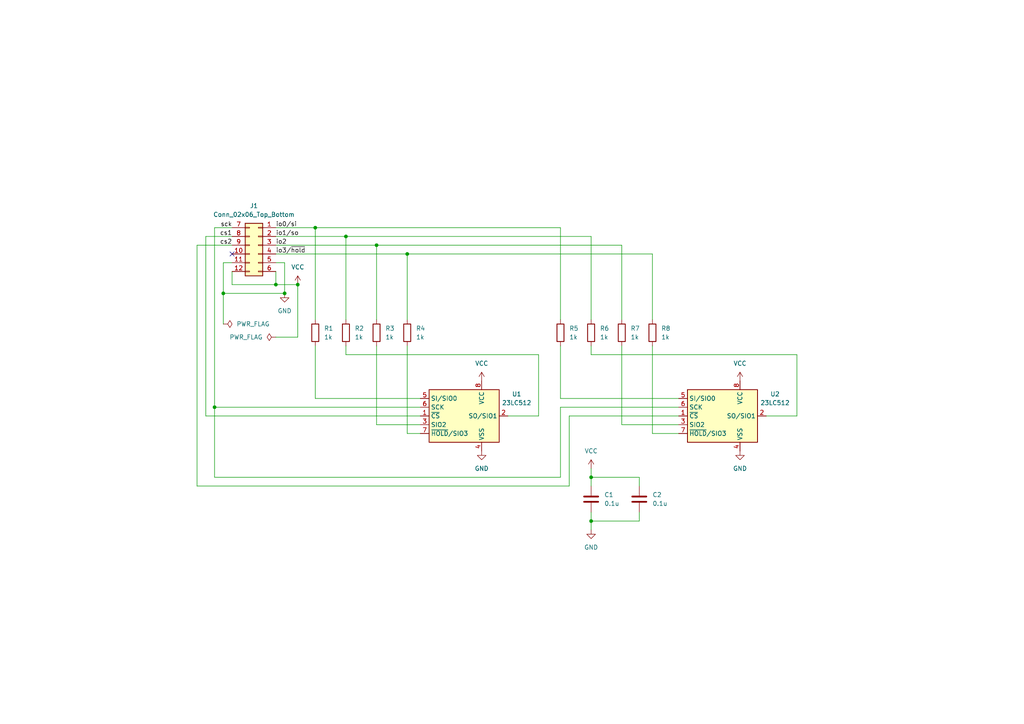
<source format=kicad_sch>
(kicad_sch (version 20211123) (generator eeschema)

  (uuid 97ef7ab0-d6b5-4f8d-bb3e-1d5f4368073b)

  (paper "A4")

  (lib_symbols
    (symbol "Connector_Generic:Conn_02x06_Top_Bottom" (pin_names (offset 1.016) hide) (in_bom yes) (on_board yes)
      (property "Reference" "J" (id 0) (at 1.27 7.62 0)
        (effects (font (size 1.27 1.27)))
      )
      (property "Value" "Conn_02x06_Top_Bottom" (id 1) (at 1.27 -10.16 0)
        (effects (font (size 1.27 1.27)))
      )
      (property "Footprint" "" (id 2) (at 0 0 0)
        (effects (font (size 1.27 1.27)) hide)
      )
      (property "Datasheet" "~" (id 3) (at 0 0 0)
        (effects (font (size 1.27 1.27)) hide)
      )
      (property "ki_keywords" "connector" (id 4) (at 0 0 0)
        (effects (font (size 1.27 1.27)) hide)
      )
      (property "ki_description" "Generic connector, double row, 02x06, top/bottom pin numbering scheme (row 1: 1...pins_per_row, row2: pins_per_row+1 ... num_pins), script generated (kicad-library-utils/schlib/autogen/connector/)" (id 5) (at 0 0 0)
        (effects (font (size 1.27 1.27)) hide)
      )
      (property "ki_fp_filters" "Connector*:*_2x??_*" (id 6) (at 0 0 0)
        (effects (font (size 1.27 1.27)) hide)
      )
      (symbol "Conn_02x06_Top_Bottom_1_1"
        (rectangle (start -1.27 -7.493) (end 0 -7.747)
          (stroke (width 0.1524) (type default) (color 0 0 0 0))
          (fill (type none))
        )
        (rectangle (start -1.27 -4.953) (end 0 -5.207)
          (stroke (width 0.1524) (type default) (color 0 0 0 0))
          (fill (type none))
        )
        (rectangle (start -1.27 -2.413) (end 0 -2.667)
          (stroke (width 0.1524) (type default) (color 0 0 0 0))
          (fill (type none))
        )
        (rectangle (start -1.27 0.127) (end 0 -0.127)
          (stroke (width 0.1524) (type default) (color 0 0 0 0))
          (fill (type none))
        )
        (rectangle (start -1.27 2.667) (end 0 2.413)
          (stroke (width 0.1524) (type default) (color 0 0 0 0))
          (fill (type none))
        )
        (rectangle (start -1.27 5.207) (end 0 4.953)
          (stroke (width 0.1524) (type default) (color 0 0 0 0))
          (fill (type none))
        )
        (rectangle (start -1.27 6.35) (end 3.81 -8.89)
          (stroke (width 0.254) (type default) (color 0 0 0 0))
          (fill (type background))
        )
        (rectangle (start 3.81 -7.493) (end 2.54 -7.747)
          (stroke (width 0.1524) (type default) (color 0 0 0 0))
          (fill (type none))
        )
        (rectangle (start 3.81 -4.953) (end 2.54 -5.207)
          (stroke (width 0.1524) (type default) (color 0 0 0 0))
          (fill (type none))
        )
        (rectangle (start 3.81 -2.413) (end 2.54 -2.667)
          (stroke (width 0.1524) (type default) (color 0 0 0 0))
          (fill (type none))
        )
        (rectangle (start 3.81 0.127) (end 2.54 -0.127)
          (stroke (width 0.1524) (type default) (color 0 0 0 0))
          (fill (type none))
        )
        (rectangle (start 3.81 2.667) (end 2.54 2.413)
          (stroke (width 0.1524) (type default) (color 0 0 0 0))
          (fill (type none))
        )
        (rectangle (start 3.81 5.207) (end 2.54 4.953)
          (stroke (width 0.1524) (type default) (color 0 0 0 0))
          (fill (type none))
        )
        (pin passive line (at -5.08 5.08 0) (length 3.81)
          (name "Pin_1" (effects (font (size 1.27 1.27))))
          (number "1" (effects (font (size 1.27 1.27))))
        )
        (pin passive line (at 7.62 -2.54 180) (length 3.81)
          (name "Pin_10" (effects (font (size 1.27 1.27))))
          (number "10" (effects (font (size 1.27 1.27))))
        )
        (pin passive line (at 7.62 -5.08 180) (length 3.81)
          (name "Pin_11" (effects (font (size 1.27 1.27))))
          (number "11" (effects (font (size 1.27 1.27))))
        )
        (pin passive line (at 7.62 -7.62 180) (length 3.81)
          (name "Pin_12" (effects (font (size 1.27 1.27))))
          (number "12" (effects (font (size 1.27 1.27))))
        )
        (pin passive line (at -5.08 2.54 0) (length 3.81)
          (name "Pin_2" (effects (font (size 1.27 1.27))))
          (number "2" (effects (font (size 1.27 1.27))))
        )
        (pin passive line (at -5.08 0 0) (length 3.81)
          (name "Pin_3" (effects (font (size 1.27 1.27))))
          (number "3" (effects (font (size 1.27 1.27))))
        )
        (pin passive line (at -5.08 -2.54 0) (length 3.81)
          (name "Pin_4" (effects (font (size 1.27 1.27))))
          (number "4" (effects (font (size 1.27 1.27))))
        )
        (pin passive line (at -5.08 -5.08 0) (length 3.81)
          (name "Pin_5" (effects (font (size 1.27 1.27))))
          (number "5" (effects (font (size 1.27 1.27))))
        )
        (pin passive line (at -5.08 -7.62 0) (length 3.81)
          (name "Pin_6" (effects (font (size 1.27 1.27))))
          (number "6" (effects (font (size 1.27 1.27))))
        )
        (pin passive line (at 7.62 5.08 180) (length 3.81)
          (name "Pin_7" (effects (font (size 1.27 1.27))))
          (number "7" (effects (font (size 1.27 1.27))))
        )
        (pin passive line (at 7.62 2.54 180) (length 3.81)
          (name "Pin_8" (effects (font (size 1.27 1.27))))
          (number "8" (effects (font (size 1.27 1.27))))
        )
        (pin passive line (at 7.62 0 180) (length 3.81)
          (name "Pin_9" (effects (font (size 1.27 1.27))))
          (number "9" (effects (font (size 1.27 1.27))))
        )
      )
    )
    (symbol "Device:C" (pin_numbers hide) (pin_names (offset 0.254)) (in_bom yes) (on_board yes)
      (property "Reference" "C" (id 0) (at 0.635 2.54 0)
        (effects (font (size 1.27 1.27)) (justify left))
      )
      (property "Value" "C" (id 1) (at 0.635 -2.54 0)
        (effects (font (size 1.27 1.27)) (justify left))
      )
      (property "Footprint" "" (id 2) (at 0.9652 -3.81 0)
        (effects (font (size 1.27 1.27)) hide)
      )
      (property "Datasheet" "~" (id 3) (at 0 0 0)
        (effects (font (size 1.27 1.27)) hide)
      )
      (property "ki_keywords" "cap capacitor" (id 4) (at 0 0 0)
        (effects (font (size 1.27 1.27)) hide)
      )
      (property "ki_description" "Unpolarized capacitor" (id 5) (at 0 0 0)
        (effects (font (size 1.27 1.27)) hide)
      )
      (property "ki_fp_filters" "C_*" (id 6) (at 0 0 0)
        (effects (font (size 1.27 1.27)) hide)
      )
      (symbol "C_0_1"
        (polyline
          (pts
            (xy -2.032 -0.762)
            (xy 2.032 -0.762)
          )
          (stroke (width 0.508) (type default) (color 0 0 0 0))
          (fill (type none))
        )
        (polyline
          (pts
            (xy -2.032 0.762)
            (xy 2.032 0.762)
          )
          (stroke (width 0.508) (type default) (color 0 0 0 0))
          (fill (type none))
        )
      )
      (symbol "C_1_1"
        (pin passive line (at 0 3.81 270) (length 2.794)
          (name "~" (effects (font (size 1.27 1.27))))
          (number "1" (effects (font (size 1.27 1.27))))
        )
        (pin passive line (at 0 -3.81 90) (length 2.794)
          (name "~" (effects (font (size 1.27 1.27))))
          (number "2" (effects (font (size 1.27 1.27))))
        )
      )
    )
    (symbol "Device:R" (pin_numbers hide) (pin_names (offset 0)) (in_bom yes) (on_board yes)
      (property "Reference" "R" (id 0) (at 2.032 0 90)
        (effects (font (size 1.27 1.27)))
      )
      (property "Value" "R" (id 1) (at 0 0 90)
        (effects (font (size 1.27 1.27)))
      )
      (property "Footprint" "" (id 2) (at -1.778 0 90)
        (effects (font (size 1.27 1.27)) hide)
      )
      (property "Datasheet" "~" (id 3) (at 0 0 0)
        (effects (font (size 1.27 1.27)) hide)
      )
      (property "ki_keywords" "R res resistor" (id 4) (at 0 0 0)
        (effects (font (size 1.27 1.27)) hide)
      )
      (property "ki_description" "Resistor" (id 5) (at 0 0 0)
        (effects (font (size 1.27 1.27)) hide)
      )
      (property "ki_fp_filters" "R_*" (id 6) (at 0 0 0)
        (effects (font (size 1.27 1.27)) hide)
      )
      (symbol "R_0_1"
        (rectangle (start -1.016 -2.54) (end 1.016 2.54)
          (stroke (width 0.254) (type default) (color 0 0 0 0))
          (fill (type none))
        )
      )
      (symbol "R_1_1"
        (pin passive line (at 0 3.81 270) (length 1.27)
          (name "~" (effects (font (size 1.27 1.27))))
          (number "1" (effects (font (size 1.27 1.27))))
        )
        (pin passive line (at 0 -3.81 90) (length 1.27)
          (name "~" (effects (font (size 1.27 1.27))))
          (number "2" (effects (font (size 1.27 1.27))))
        )
      )
    )
    (symbol "Memory_Flash:MX25R3235FM1xx1" (in_bom yes) (on_board yes)
      (property "Reference" "U?" (id 0) (at 15.24 6.35 0)
        (effects (font (size 1.27 1.27)))
      )
      (property "Value" "23LC512" (id 1) (at 15.24 3.81 0)
        (effects (font (size 1.27 1.27)))
      )
      (property "Footprint" "Package_SO:SOP-8_3.9x4.9mm_P1.27mm" (id 2) (at 0 -15.24 0)
        (effects (font (size 1.27 1.27)) hide)
      )
      (property "Datasheet" "http://www.macronix.com/Lists/Datasheet/Attachments/7534/MX25R3235F,%20Wide%20Range,%2032Mb,%20v1.6.pdf" (id 3) (at 0 0 0)
        (effects (font (size 1.27 1.27)) hide)
      )
      (property "ki_keywords" "SPI 32Mbit 1.65V-3.6V" (id 4) (at 0 0 0)
        (effects (font (size 1.27 1.27)) hide)
      )
      (property "ki_description" "32-Mbit, Wide Range Voltage SPI Serial Flash Memory, SOP-8" (id 5) (at 0 0 0)
        (effects (font (size 1.27 1.27)) hide)
      )
      (property "ki_fp_filters" "SOP*3.9x4.9mm*P1.27mm*" (id 6) (at 0 0 0)
        (effects (font (size 1.27 1.27)) hide)
      )
      (symbol "MX25R3235FM1xx1_1_1"
        (rectangle (start -10.16 7.62) (end 10.16 -7.62)
          (stroke (width 0.254) (type default) (color 0 0 0 0))
          (fill (type background))
        )
        (pin input line (at -12.7 0 0) (length 2.54)
          (name "~{CS}" (effects (font (size 1.27 1.27))))
          (number "1" (effects (font (size 1.27 1.27))))
        )
        (pin bidirectional line (at 12.7 0 180) (length 2.54)
          (name "SO/SIO1" (effects (font (size 1.27 1.27))))
          (number "2" (effects (font (size 1.27 1.27))))
        )
        (pin bidirectional line (at -12.7 -2.54 0) (length 2.54)
          (name "SIO2" (effects (font (size 1.27 1.27))))
          (number "3" (effects (font (size 1.27 1.27))))
        )
        (pin power_in line (at 5.08 -10.16 90) (length 2.54)
          (name "VSS" (effects (font (size 1.27 1.27))))
          (number "4" (effects (font (size 1.27 1.27))))
        )
        (pin bidirectional line (at -12.7 5.08 0) (length 2.54)
          (name "SI/SIO0" (effects (font (size 1.27 1.27))))
          (number "5" (effects (font (size 1.27 1.27))))
        )
        (pin input line (at -12.7 2.54 0) (length 2.54)
          (name "SCK" (effects (font (size 1.27 1.27))))
          (number "6" (effects (font (size 1.27 1.27))))
        )
        (pin bidirectional line (at -12.7 -5.08 0) (length 2.54)
          (name "~{HOLD}/SIO3" (effects (font (size 1.27 1.27))))
          (number "7" (effects (font (size 1.27 1.27))))
        )
        (pin power_in line (at 5.08 10.16 270) (length 2.54)
          (name "VCC" (effects (font (size 1.27 1.27))))
          (number "8" (effects (font (size 1.27 1.27))))
        )
      )
    )
    (symbol "power:GND" (power) (pin_names (offset 0)) (in_bom yes) (on_board yes)
      (property "Reference" "#PWR" (id 0) (at 0 -6.35 0)
        (effects (font (size 1.27 1.27)) hide)
      )
      (property "Value" "GND" (id 1) (at 0 -3.81 0)
        (effects (font (size 1.27 1.27)))
      )
      (property "Footprint" "" (id 2) (at 0 0 0)
        (effects (font (size 1.27 1.27)) hide)
      )
      (property "Datasheet" "" (id 3) (at 0 0 0)
        (effects (font (size 1.27 1.27)) hide)
      )
      (property "ki_keywords" "power-flag" (id 4) (at 0 0 0)
        (effects (font (size 1.27 1.27)) hide)
      )
      (property "ki_description" "Power symbol creates a global label with name \"GND\" , ground" (id 5) (at 0 0 0)
        (effects (font (size 1.27 1.27)) hide)
      )
      (symbol "GND_0_1"
        (polyline
          (pts
            (xy 0 0)
            (xy 0 -1.27)
            (xy 1.27 -1.27)
            (xy 0 -2.54)
            (xy -1.27 -1.27)
            (xy 0 -1.27)
          )
          (stroke (width 0) (type default) (color 0 0 0 0))
          (fill (type none))
        )
      )
      (symbol "GND_1_1"
        (pin power_in line (at 0 0 270) (length 0) hide
          (name "GND" (effects (font (size 1.27 1.27))))
          (number "1" (effects (font (size 1.27 1.27))))
        )
      )
    )
    (symbol "power:PWR_FLAG" (power) (pin_numbers hide) (pin_names (offset 0) hide) (in_bom yes) (on_board yes)
      (property "Reference" "#FLG" (id 0) (at 0 1.905 0)
        (effects (font (size 1.27 1.27)) hide)
      )
      (property "Value" "PWR_FLAG" (id 1) (at 0 3.81 0)
        (effects (font (size 1.27 1.27)))
      )
      (property "Footprint" "" (id 2) (at 0 0 0)
        (effects (font (size 1.27 1.27)) hide)
      )
      (property "Datasheet" "~" (id 3) (at 0 0 0)
        (effects (font (size 1.27 1.27)) hide)
      )
      (property "ki_keywords" "power-flag" (id 4) (at 0 0 0)
        (effects (font (size 1.27 1.27)) hide)
      )
      (property "ki_description" "Special symbol for telling ERC where power comes from" (id 5) (at 0 0 0)
        (effects (font (size 1.27 1.27)) hide)
      )
      (symbol "PWR_FLAG_0_0"
        (pin power_out line (at 0 0 90) (length 0)
          (name "pwr" (effects (font (size 1.27 1.27))))
          (number "1" (effects (font (size 1.27 1.27))))
        )
      )
      (symbol "PWR_FLAG_0_1"
        (polyline
          (pts
            (xy 0 0)
            (xy 0 1.27)
            (xy -1.016 1.905)
            (xy 0 2.54)
            (xy 1.016 1.905)
            (xy 0 1.27)
          )
          (stroke (width 0) (type default) (color 0 0 0 0))
          (fill (type none))
        )
      )
    )
    (symbol "power:VCC" (power) (pin_names (offset 0)) (in_bom yes) (on_board yes)
      (property "Reference" "#PWR" (id 0) (at 0 -3.81 0)
        (effects (font (size 1.27 1.27)) hide)
      )
      (property "Value" "VCC" (id 1) (at 0 3.81 0)
        (effects (font (size 1.27 1.27)))
      )
      (property "Footprint" "" (id 2) (at 0 0 0)
        (effects (font (size 1.27 1.27)) hide)
      )
      (property "Datasheet" "" (id 3) (at 0 0 0)
        (effects (font (size 1.27 1.27)) hide)
      )
      (property "ki_keywords" "power-flag" (id 4) (at 0 0 0)
        (effects (font (size 1.27 1.27)) hide)
      )
      (property "ki_description" "Power symbol creates a global label with name \"VCC\"" (id 5) (at 0 0 0)
        (effects (font (size 1.27 1.27)) hide)
      )
      (symbol "VCC_0_1"
        (polyline
          (pts
            (xy -0.762 1.27)
            (xy 0 2.54)
          )
          (stroke (width 0) (type default) (color 0 0 0 0))
          (fill (type none))
        )
        (polyline
          (pts
            (xy 0 0)
            (xy 0 2.54)
          )
          (stroke (width 0) (type default) (color 0 0 0 0))
          (fill (type none))
        )
        (polyline
          (pts
            (xy 0 2.54)
            (xy 0.762 1.27)
          )
          (stroke (width 0) (type default) (color 0 0 0 0))
          (fill (type none))
        )
      )
      (symbol "VCC_1_1"
        (pin power_in line (at 0 0 90) (length 0) hide
          (name "VCC" (effects (font (size 1.27 1.27))))
          (number "1" (effects (font (size 1.27 1.27))))
        )
      )
    )
  )

  (junction (at 171.45 138.43) (diameter 0) (color 0 0 0 0)
    (uuid 163da59b-9a2d-44d8-ae8d-c1d79354e8ec)
  )
  (junction (at 100.33 68.58) (diameter 0) (color 0 0 0 0)
    (uuid 1a6cfda0-8a7b-4d27-8284-9946d4c52c8c)
  )
  (junction (at 86.36 82.55) (diameter 0) (color 0 0 0 0)
    (uuid 2b73e686-0424-4a66-bd70-68aa0573f8e1)
  )
  (junction (at 118.11 73.66) (diameter 0) (color 0 0 0 0)
    (uuid 307a324c-06ec-4661-8ecd-89c34fb8cdf2)
  )
  (junction (at 62.23 118.11) (diameter 0) (color 0 0 0 0)
    (uuid 441ebf50-5bd2-4b12-b692-d1f5cbe221ea)
  )
  (junction (at 64.77 85.09) (diameter 0) (color 0 0 0 0)
    (uuid 52cc083f-069b-4d58-8ea1-578445c0773e)
  )
  (junction (at 109.22 71.12) (diameter 0) (color 0 0 0 0)
    (uuid 787ee1a8-e733-4429-818b-cd0558e21473)
  )
  (junction (at 91.44 66.04) (diameter 0) (color 0 0 0 0)
    (uuid c29dffc4-1eb8-4f39-811c-c081779249b2)
  )
  (junction (at 80.01 82.55) (diameter 0) (color 0 0 0 0)
    (uuid e0c07fa2-da78-40de-9f06-a78c0752e7a3)
  )
  (junction (at 171.45 151.13) (diameter 0) (color 0 0 0 0)
    (uuid e6ddb9f3-73fa-42dc-b12a-c72757239ba9)
  )
  (junction (at 82.55 85.09) (diameter 0) (color 0 0 0 0)
    (uuid fe206298-01fc-4c9b-80d8-e770fcce3879)
  )

  (no_connect (at 67.31 73.66) (uuid c65e8ba3-a542-44a2-952d-ed6f23a593b2))

  (wire (pts (xy 80.01 68.58) (xy 100.33 68.58))
    (stroke (width 0) (type default) (color 0 0 0 0))
    (uuid 024a0d7d-43c4-416b-8a5b-e1618b4f335f)
  )
  (wire (pts (xy 109.22 100.33) (xy 109.22 123.19))
    (stroke (width 0) (type default) (color 0 0 0 0))
    (uuid 0485cb6a-8969-4426-b851-8f04b45a0c5d)
  )
  (wire (pts (xy 67.31 82.55) (xy 80.01 82.55))
    (stroke (width 0) (type default) (color 0 0 0 0))
    (uuid 09d8486d-21ca-4fc2-a1f3-9111f38c9e43)
  )
  (wire (pts (xy 82.55 85.09) (xy 82.55 76.2))
    (stroke (width 0) (type default) (color 0 0 0 0))
    (uuid 0cbc64c0-1e3a-4712-9f52-8b87fe8b49e4)
  )
  (wire (pts (xy 109.22 123.19) (xy 121.92 123.19))
    (stroke (width 0) (type default) (color 0 0 0 0))
    (uuid 107bdd77-6c88-4db5-be3e-260bd697ce8b)
  )
  (wire (pts (xy 91.44 66.04) (xy 91.44 92.71))
    (stroke (width 0) (type default) (color 0 0 0 0))
    (uuid 1134fdd8-2352-4477-8e01-1ebe480395d5)
  )
  (wire (pts (xy 80.01 71.12) (xy 109.22 71.12))
    (stroke (width 0) (type default) (color 0 0 0 0))
    (uuid 18bb1e6f-98ac-4bad-9310-17812db96ad8)
  )
  (wire (pts (xy 86.36 82.55) (xy 86.36 97.79))
    (stroke (width 0) (type default) (color 0 0 0 0))
    (uuid 1b304e5f-00b3-4212-af31-944941c4a420)
  )
  (wire (pts (xy 91.44 100.33) (xy 91.44 115.57))
    (stroke (width 0) (type default) (color 0 0 0 0))
    (uuid 270af2dc-35d2-4d96-9822-a9a59f2a30c9)
  )
  (wire (pts (xy 171.45 148.59) (xy 171.45 151.13))
    (stroke (width 0) (type default) (color 0 0 0 0))
    (uuid 2a77162b-a2a3-479e-b85a-f9a4ab954ac1)
  )
  (wire (pts (xy 80.01 66.04) (xy 91.44 66.04))
    (stroke (width 0) (type default) (color 0 0 0 0))
    (uuid 2bcd895d-b2e7-4796-afc2-58a0e84fb4f0)
  )
  (wire (pts (xy 156.21 120.65) (xy 147.32 120.65))
    (stroke (width 0) (type default) (color 0 0 0 0))
    (uuid 30950db7-4134-4970-9d40-e82fbdb1dc6d)
  )
  (wire (pts (xy 231.14 120.65) (xy 222.25 120.65))
    (stroke (width 0) (type default) (color 0 0 0 0))
    (uuid 33989282-b3ea-41ee-9e74-dd6286356270)
  )
  (wire (pts (xy 171.45 135.89) (xy 171.45 138.43))
    (stroke (width 0) (type default) (color 0 0 0 0))
    (uuid 36bd20a0-70cb-4c9d-88dc-adf03f144440)
  )
  (wire (pts (xy 80.01 73.66) (xy 118.11 73.66))
    (stroke (width 0) (type default) (color 0 0 0 0))
    (uuid 391d3bbd-5990-42d1-bae5-fc4c841ac3a0)
  )
  (wire (pts (xy 57.15 71.12) (xy 67.31 71.12))
    (stroke (width 0) (type default) (color 0 0 0 0))
    (uuid 3ca073c5-0c4b-4dcb-b598-99ba8ef38fa2)
  )
  (wire (pts (xy 180.34 100.33) (xy 180.34 123.19))
    (stroke (width 0) (type default) (color 0 0 0 0))
    (uuid 41f3ee60-4022-4218-bc8e-9c6da80ec3c0)
  )
  (wire (pts (xy 118.11 73.66) (xy 118.11 92.71))
    (stroke (width 0) (type default) (color 0 0 0 0))
    (uuid 429ae9fd-015d-4fd9-9937-2066a7aaba16)
  )
  (wire (pts (xy 109.22 71.12) (xy 180.34 71.12))
    (stroke (width 0) (type default) (color 0 0 0 0))
    (uuid 444dc933-cc06-4735-b0bb-1475992e24d1)
  )
  (wire (pts (xy 185.42 148.59) (xy 185.42 151.13))
    (stroke (width 0) (type default) (color 0 0 0 0))
    (uuid 44c1bd79-415a-43a9-92e0-d05fb09a9fcb)
  )
  (wire (pts (xy 189.23 100.33) (xy 189.23 125.73))
    (stroke (width 0) (type default) (color 0 0 0 0))
    (uuid 4563bcf5-9cb5-4b88-875f-69d07b433fb2)
  )
  (wire (pts (xy 82.55 76.2) (xy 80.01 76.2))
    (stroke (width 0) (type default) (color 0 0 0 0))
    (uuid 4574ecf5-2cf5-4401-8c0c-444fb63d0917)
  )
  (wire (pts (xy 118.11 125.73) (xy 121.92 125.73))
    (stroke (width 0) (type default) (color 0 0 0 0))
    (uuid 46dba048-a870-4045-8428-bebbab7efe62)
  )
  (wire (pts (xy 156.21 102.87) (xy 156.21 120.65))
    (stroke (width 0) (type default) (color 0 0 0 0))
    (uuid 48a7f905-7e7e-4101-b2e8-a5f0485a2cfc)
  )
  (wire (pts (xy 62.23 66.04) (xy 67.31 66.04))
    (stroke (width 0) (type default) (color 0 0 0 0))
    (uuid 5645a975-8632-4d69-971a-111349c43f30)
  )
  (wire (pts (xy 118.11 100.33) (xy 118.11 125.73))
    (stroke (width 0) (type default) (color 0 0 0 0))
    (uuid 5a3e2505-3ab6-4640-8163-73637852ea83)
  )
  (wire (pts (xy 64.77 85.09) (xy 64.77 93.98))
    (stroke (width 0) (type default) (color 0 0 0 0))
    (uuid 5a6a152e-99e4-4f35-8e1a-b328c7ee5dea)
  )
  (wire (pts (xy 162.56 66.04) (xy 162.56 92.71))
    (stroke (width 0) (type default) (color 0 0 0 0))
    (uuid 6367acdb-50ee-4674-b859-f8ab8fe5dd2c)
  )
  (wire (pts (xy 171.45 138.43) (xy 171.45 140.97))
    (stroke (width 0) (type default) (color 0 0 0 0))
    (uuid 669fccc0-ec18-4733-9d76-2dfeb4ebb662)
  )
  (wire (pts (xy 171.45 151.13) (xy 171.45 153.67))
    (stroke (width 0) (type default) (color 0 0 0 0))
    (uuid 690095a2-1aae-46d3-800a-f9041d520567)
  )
  (wire (pts (xy 80.01 82.55) (xy 86.36 82.55))
    (stroke (width 0) (type default) (color 0 0 0 0))
    (uuid 6c0d11af-732a-4130-9a1b-5f2a51b9adb8)
  )
  (wire (pts (xy 67.31 78.74) (xy 67.31 82.55))
    (stroke (width 0) (type default) (color 0 0 0 0))
    (uuid 6c828c57-8c30-428a-a053-7174e462d984)
  )
  (wire (pts (xy 180.34 123.19) (xy 196.85 123.19))
    (stroke (width 0) (type default) (color 0 0 0 0))
    (uuid 6ced7011-8b7e-4625-8f34-e72d53b81c08)
  )
  (wire (pts (xy 196.85 120.65) (xy 165.1 120.65))
    (stroke (width 0) (type default) (color 0 0 0 0))
    (uuid 72c4a249-1931-41c9-b3d5-e3b520cd485d)
  )
  (wire (pts (xy 180.34 71.12) (xy 180.34 92.71))
    (stroke (width 0) (type default) (color 0 0 0 0))
    (uuid 7535373e-036c-429e-9ba0-fc715471d21d)
  )
  (wire (pts (xy 171.45 102.87) (xy 231.14 102.87))
    (stroke (width 0) (type default) (color 0 0 0 0))
    (uuid 78010b85-cefd-4c81-bb9a-ec72dc2043e2)
  )
  (wire (pts (xy 64.77 85.09) (xy 82.55 85.09))
    (stroke (width 0) (type default) (color 0 0 0 0))
    (uuid 7d9ebbfd-63e2-4a4a-93a3-c36ea5803537)
  )
  (wire (pts (xy 59.69 120.65) (xy 59.69 68.58))
    (stroke (width 0) (type default) (color 0 0 0 0))
    (uuid 7f155742-85b2-4422-adab-d9e09cdf1719)
  )
  (wire (pts (xy 162.56 138.43) (xy 62.23 138.43))
    (stroke (width 0) (type default) (color 0 0 0 0))
    (uuid 86c9c79e-ae64-4326-8098-1d821df982b5)
  )
  (wire (pts (xy 162.56 118.11) (xy 162.56 138.43))
    (stroke (width 0) (type default) (color 0 0 0 0))
    (uuid 884b12a0-082c-4ea4-9adc-a53a4cafd878)
  )
  (wire (pts (xy 118.11 73.66) (xy 189.23 73.66))
    (stroke (width 0) (type default) (color 0 0 0 0))
    (uuid 8e282619-f864-444a-86a7-986f364554f7)
  )
  (wire (pts (xy 100.33 68.58) (xy 171.45 68.58))
    (stroke (width 0) (type default) (color 0 0 0 0))
    (uuid 966df660-1daf-445b-aec5-3b8cb1930d18)
  )
  (wire (pts (xy 80.01 78.74) (xy 80.01 82.55))
    (stroke (width 0) (type default) (color 0 0 0 0))
    (uuid 98e3974f-ac98-46dc-bdc8-b93788c9617d)
  )
  (wire (pts (xy 100.33 68.58) (xy 100.33 92.71))
    (stroke (width 0) (type default) (color 0 0 0 0))
    (uuid 9debc9f4-d580-4ba4-8844-40c1d197e4f2)
  )
  (wire (pts (xy 189.23 73.66) (xy 189.23 92.71))
    (stroke (width 0) (type default) (color 0 0 0 0))
    (uuid 9fc4a50b-cd73-417a-8287-fb85f8bf1c69)
  )
  (wire (pts (xy 231.14 102.87) (xy 231.14 120.65))
    (stroke (width 0) (type default) (color 0 0 0 0))
    (uuid a16f026e-4cd5-4e03-bb3e-7a14127e04e6)
  )
  (wire (pts (xy 171.45 100.33) (xy 171.45 102.87))
    (stroke (width 0) (type default) (color 0 0 0 0))
    (uuid b0c14a51-1084-46ed-8632-ebcb030fabc5)
  )
  (wire (pts (xy 100.33 100.33) (xy 100.33 102.87))
    (stroke (width 0) (type default) (color 0 0 0 0))
    (uuid b42bb563-c875-4072-bc4e-6f95dc298626)
  )
  (wire (pts (xy 62.23 118.11) (xy 62.23 66.04))
    (stroke (width 0) (type default) (color 0 0 0 0))
    (uuid b58d17d0-3b4e-4299-a20b-e5cbb86d79d2)
  )
  (wire (pts (xy 121.92 120.65) (xy 59.69 120.65))
    (stroke (width 0) (type default) (color 0 0 0 0))
    (uuid b807ff82-0311-4572-945e-4ada0ecc5317)
  )
  (wire (pts (xy 185.42 138.43) (xy 171.45 138.43))
    (stroke (width 0) (type default) (color 0 0 0 0))
    (uuid b8237d3a-af79-49bb-80bd-d14ac52139ed)
  )
  (wire (pts (xy 86.36 97.79) (xy 80.01 97.79))
    (stroke (width 0) (type default) (color 0 0 0 0))
    (uuid ba115ff7-36b4-441f-8e5d-e14cb8fe29ea)
  )
  (wire (pts (xy 109.22 71.12) (xy 109.22 92.71))
    (stroke (width 0) (type default) (color 0 0 0 0))
    (uuid bf1e608e-5de3-423a-9211-ffb5a056ddc3)
  )
  (wire (pts (xy 91.44 66.04) (xy 162.56 66.04))
    (stroke (width 0) (type default) (color 0 0 0 0))
    (uuid c65ee1db-9566-4c4e-96c9-3a400266bac0)
  )
  (wire (pts (xy 64.77 76.2) (xy 64.77 85.09))
    (stroke (width 0) (type default) (color 0 0 0 0))
    (uuid c80f657f-fb85-4c55-8abe-6d77f8f28e00)
  )
  (wire (pts (xy 165.1 140.97) (xy 57.15 140.97))
    (stroke (width 0) (type default) (color 0 0 0 0))
    (uuid cb5abf56-fe10-4ab0-9853-c70dc47ac437)
  )
  (wire (pts (xy 185.42 151.13) (xy 171.45 151.13))
    (stroke (width 0) (type default) (color 0 0 0 0))
    (uuid cfe1fdb8-7b4f-43a0-8f9f-4a0d60a18280)
  )
  (wire (pts (xy 57.15 140.97) (xy 57.15 71.12))
    (stroke (width 0) (type default) (color 0 0 0 0))
    (uuid d0161356-7173-472e-bc88-1bf5a1be9dcc)
  )
  (wire (pts (xy 165.1 120.65) (xy 165.1 140.97))
    (stroke (width 0) (type default) (color 0 0 0 0))
    (uuid d0506424-a08a-4658-95cb-260b4c603ffb)
  )
  (wire (pts (xy 171.45 68.58) (xy 171.45 92.71))
    (stroke (width 0) (type default) (color 0 0 0 0))
    (uuid d2223c9d-6b6b-43d3-b88b-0437772be5dc)
  )
  (wire (pts (xy 189.23 125.73) (xy 196.85 125.73))
    (stroke (width 0) (type default) (color 0 0 0 0))
    (uuid d3346b57-ee8d-40a6-9fce-375511fd4b1d)
  )
  (wire (pts (xy 91.44 115.57) (xy 121.92 115.57))
    (stroke (width 0) (type default) (color 0 0 0 0))
    (uuid d990f1f4-e0da-482e-93fe-b996138ec545)
  )
  (wire (pts (xy 62.23 138.43) (xy 62.23 118.11))
    (stroke (width 0) (type default) (color 0 0 0 0))
    (uuid da180151-e36f-48ec-9bcf-7c0bf4ce9faf)
  )
  (wire (pts (xy 162.56 115.57) (xy 196.85 115.57))
    (stroke (width 0) (type default) (color 0 0 0 0))
    (uuid de2ca18c-ac0c-4fc1-8deb-ee045becd794)
  )
  (wire (pts (xy 100.33 102.87) (xy 156.21 102.87))
    (stroke (width 0) (type default) (color 0 0 0 0))
    (uuid deb22e57-e62e-4363-998e-ffb19403c0d2)
  )
  (wire (pts (xy 64.77 76.2) (xy 67.31 76.2))
    (stroke (width 0) (type default) (color 0 0 0 0))
    (uuid e6b62633-2514-4dce-989a-897bb43f08d9)
  )
  (wire (pts (xy 196.85 118.11) (xy 162.56 118.11))
    (stroke (width 0) (type default) (color 0 0 0 0))
    (uuid eba2d729-164f-46e9-8ead-8e1f06ec0af2)
  )
  (wire (pts (xy 185.42 140.97) (xy 185.42 138.43))
    (stroke (width 0) (type default) (color 0 0 0 0))
    (uuid f01a2f91-a1c3-47cc-9370-52d88fb3ab28)
  )
  (wire (pts (xy 121.92 118.11) (xy 62.23 118.11))
    (stroke (width 0) (type default) (color 0 0 0 0))
    (uuid f21d7238-a110-4c77-94df-c0e272202338)
  )
  (wire (pts (xy 162.56 100.33) (xy 162.56 115.57))
    (stroke (width 0) (type default) (color 0 0 0 0))
    (uuid f303c7c7-6b0d-426c-bea2-bf17d9dd5529)
  )
  (wire (pts (xy 59.69 68.58) (xy 67.31 68.58))
    (stroke (width 0) (type default) (color 0 0 0 0))
    (uuid f97daaf7-f269-40d4-b73d-9f4296c1117d)
  )

  (label "cs2" (at 67.31 71.12 180)
    (effects (font (size 1.27 1.27)) (justify right bottom))
    (uuid 09962080-60a3-4315-b373-8f79b9d30dc9)
  )
  (label "io1{slash}so" (at 80.01 68.58 0)
    (effects (font (size 1.27 1.27)) (justify left bottom))
    (uuid 53a6e1f3-b8f5-45d4-89a5-dbc7edaac558)
  )
  (label "io2" (at 80.01 71.12 0)
    (effects (font (size 1.27 1.27)) (justify left bottom))
    (uuid 673874f7-685d-44c5-bb5b-f7a4870f2365)
  )
  (label "io0{slash}si" (at 80.01 66.04 0)
    (effects (font (size 1.27 1.27)) (justify left bottom))
    (uuid 6776526d-6542-4c6b-b425-81313a4001e3)
  )
  (label "io3{slash}~{hold}" (at 80.01 73.66 0)
    (effects (font (size 1.27 1.27)) (justify left bottom))
    (uuid 739518fa-26c5-4b72-94a2-3fad5789e35a)
  )
  (label "cs1" (at 67.31 68.58 180)
    (effects (font (size 1.27 1.27)) (justify right bottom))
    (uuid bf5844c1-e957-4d33-be6b-6d5c921be34a)
  )
  (label "sck" (at 67.31 66.04 180)
    (effects (font (size 1.27 1.27)) (justify right bottom))
    (uuid f813800e-94fb-49ad-a9fc-72699b771e36)
  )

  (symbol (lib_id "Device:C") (at 185.42 144.78 0) (unit 1)
    (in_bom yes) (on_board yes) (fields_autoplaced)
    (uuid 1ae2bdcd-8222-41de-a8c3-1b37658d2444)
    (property "Reference" "C2" (id 0) (at 189.23 143.5099 0)
      (effects (font (size 1.27 1.27)) (justify left))
    )
    (property "Value" "0.1u" (id 1) (at 189.23 146.0499 0)
      (effects (font (size 1.27 1.27)) (justify left))
    )
    (property "Footprint" "Capacitor_SMD:C_0805_2012Metric_Pad1.18x1.45mm_HandSolder" (id 2) (at 186.3852 148.59 0)
      (effects (font (size 1.27 1.27)) hide)
    )
    (property "Datasheet" "~" (id 3) (at 185.42 144.78 0)
      (effects (font (size 1.27 1.27)) hide)
    )
    (pin "1" (uuid 2b0a72cb-9860-4868-aaa1-e1a95f1cd795))
    (pin "2" (uuid ffa5d4e6-1121-4d97-aede-1590019cca46))
  )

  (symbol (lib_id "power:VCC") (at 86.36 82.55 0) (unit 1)
    (in_bom yes) (on_board yes) (fields_autoplaced)
    (uuid 265a546f-89b1-427f-b28f-0a4f8809506e)
    (property "Reference" "#PWR0107" (id 0) (at 86.36 86.36 0)
      (effects (font (size 1.27 1.27)) hide)
    )
    (property "Value" "VCC" (id 1) (at 86.36 77.47 0))
    (property "Footprint" "" (id 2) (at 86.36 82.55 0)
      (effects (font (size 1.27 1.27)) hide)
    )
    (property "Datasheet" "" (id 3) (at 86.36 82.55 0)
      (effects (font (size 1.27 1.27)) hide)
    )
    (pin "1" (uuid fecb9642-4126-4b80-82e5-764b9d90af06))
  )

  (symbol (lib_id "Memory_Flash:MX25R3235FM1xx1") (at 209.55 120.65 0) (unit 1)
    (in_bom yes) (on_board yes)
    (uuid 2986fa52-b5b9-4491-8d5a-d0a93cd484a4)
    (property "Reference" "U2" (id 0) (at 224.79 114.3 0))
    (property "Value" "23LC512" (id 1) (at 224.79 116.84 0))
    (property "Footprint" "ModifiedKiCadLibrary:DIP-8_W7.62mm_D1mm" (id 2) (at 209.55 135.89 0)
      (effects (font (size 1.27 1.27)) hide)
    )
    (property "Datasheet" "http://www.macronix.com/Lists/Datasheet/Attachments/7534/MX25R3235F,%20Wide%20Range,%2032Mb,%20v1.6.pdf" (id 3) (at 209.55 120.65 0)
      (effects (font (size 1.27 1.27)) hide)
    )
    (pin "1" (uuid 6e7164ef-795e-4462-9b98-8f065e72929a))
    (pin "2" (uuid abfab84c-9424-4ba2-a3e3-81c84c885e25))
    (pin "3" (uuid 0b7f76d4-0b45-4785-ab95-3f69aa748b65))
    (pin "4" (uuid 64a5c7b4-43e4-43a2-93cd-6fe7b065c5f6))
    (pin "5" (uuid 6a51f8a5-b887-41eb-a6a3-01c35608c63f))
    (pin "6" (uuid 53bdc637-aa74-4946-928e-9edf888c8e9e))
    (pin "7" (uuid 3f4e8eb7-9cf1-484f-817e-9ce69833571f))
    (pin "8" (uuid 2ebbd063-a141-4d6e-a3e1-12169d9b9c57))
  )

  (symbol (lib_id "power:PWR_FLAG") (at 64.77 93.98 270) (unit 1)
    (in_bom yes) (on_board yes) (fields_autoplaced)
    (uuid 2e5934f9-4ebb-4a77-b14c-26e9fd99cccd)
    (property "Reference" "#FLG0101" (id 0) (at 66.675 93.98 0)
      (effects (font (size 1.27 1.27)) hide)
    )
    (property "Value" "PWR_FLAG" (id 1) (at 68.58 93.9799 90)
      (effects (font (size 1.27 1.27)) (justify left))
    )
    (property "Footprint" "" (id 2) (at 64.77 93.98 0)
      (effects (font (size 1.27 1.27)) hide)
    )
    (property "Datasheet" "~" (id 3) (at 64.77 93.98 0)
      (effects (font (size 1.27 1.27)) hide)
    )
    (pin "1" (uuid 83098194-dc1a-454e-bd5c-edc680c43da9))
  )

  (symbol (lib_id "power:GND") (at 82.55 85.09 0) (unit 1)
    (in_bom yes) (on_board yes) (fields_autoplaced)
    (uuid 2f3189e6-f4a3-4071-a16f-8a1d4f171aac)
    (property "Reference" "#PWR0108" (id 0) (at 82.55 91.44 0)
      (effects (font (size 1.27 1.27)) hide)
    )
    (property "Value" "GND" (id 1) (at 82.55 90.17 0))
    (property "Footprint" "" (id 2) (at 82.55 85.09 0)
      (effects (font (size 1.27 1.27)) hide)
    )
    (property "Datasheet" "" (id 3) (at 82.55 85.09 0)
      (effects (font (size 1.27 1.27)) hide)
    )
    (pin "1" (uuid 6a748d29-d473-4b0c-864a-0aac18e2d0a3))
  )

  (symbol (lib_id "Device:R") (at 189.23 96.52 0) (unit 1)
    (in_bom yes) (on_board yes) (fields_autoplaced)
    (uuid 36083499-8b37-4f71-9290-41c44bc446d8)
    (property "Reference" "R8" (id 0) (at 191.77 95.2499 0)
      (effects (font (size 1.27 1.27)) (justify left))
    )
    (property "Value" "1k" (id 1) (at 191.77 97.7899 0)
      (effects (font (size 1.27 1.27)) (justify left))
    )
    (property "Footprint" "Resistor_SMD:R_0805_2012Metric_Pad1.20x1.40mm_HandSolder" (id 2) (at 187.452 96.52 90)
      (effects (font (size 1.27 1.27)) hide)
    )
    (property "Datasheet" "~" (id 3) (at 189.23 96.52 0)
      (effects (font (size 1.27 1.27)) hide)
    )
    (pin "1" (uuid 4da91cb1-c50e-4e74-ace5-7448a6b1f3a1))
    (pin "2" (uuid d23694fe-b59c-4ab9-bbd1-aa9986be262a))
  )

  (symbol (lib_id "Device:R") (at 180.34 96.52 0) (unit 1)
    (in_bom yes) (on_board yes) (fields_autoplaced)
    (uuid 3a8f49b8-31a4-4577-8ca7-e9b6559a8982)
    (property "Reference" "R7" (id 0) (at 182.88 95.2499 0)
      (effects (font (size 1.27 1.27)) (justify left))
    )
    (property "Value" "1k" (id 1) (at 182.88 97.7899 0)
      (effects (font (size 1.27 1.27)) (justify left))
    )
    (property "Footprint" "Resistor_SMD:R_0805_2012Metric_Pad1.20x1.40mm_HandSolder" (id 2) (at 178.562 96.52 90)
      (effects (font (size 1.27 1.27)) hide)
    )
    (property "Datasheet" "~" (id 3) (at 180.34 96.52 0)
      (effects (font (size 1.27 1.27)) hide)
    )
    (pin "1" (uuid f71374dc-1062-422b-ab9c-57c7d4a6898d))
    (pin "2" (uuid 8fe12d3d-2156-43fc-b477-016726c81213))
  )

  (symbol (lib_id "Device:R") (at 171.45 96.52 0) (unit 1)
    (in_bom yes) (on_board yes) (fields_autoplaced)
    (uuid 455514e0-578d-4865-a680-b7b7e48f3197)
    (property "Reference" "R6" (id 0) (at 173.99 95.2499 0)
      (effects (font (size 1.27 1.27)) (justify left))
    )
    (property "Value" "1k" (id 1) (at 173.99 97.7899 0)
      (effects (font (size 1.27 1.27)) (justify left))
    )
    (property "Footprint" "Resistor_SMD:R_0805_2012Metric_Pad1.20x1.40mm_HandSolder" (id 2) (at 169.672 96.52 90)
      (effects (font (size 1.27 1.27)) hide)
    )
    (property "Datasheet" "~" (id 3) (at 171.45 96.52 0)
      (effects (font (size 1.27 1.27)) hide)
    )
    (pin "1" (uuid fc715b9b-d020-4c4a-b011-e254f1e86777))
    (pin "2" (uuid f5e8c00c-ce47-4f03-a853-d07073407622))
  )

  (symbol (lib_id "Device:R") (at 100.33 96.52 0) (unit 1)
    (in_bom yes) (on_board yes) (fields_autoplaced)
    (uuid 4d9a970f-8ba6-4018-a7f4-9fe7b5387118)
    (property "Reference" "R2" (id 0) (at 102.87 95.2499 0)
      (effects (font (size 1.27 1.27)) (justify left))
    )
    (property "Value" "1k" (id 1) (at 102.87 97.7899 0)
      (effects (font (size 1.27 1.27)) (justify left))
    )
    (property "Footprint" "Resistor_SMD:R_0805_2012Metric_Pad1.20x1.40mm_HandSolder" (id 2) (at 98.552 96.52 90)
      (effects (font (size 1.27 1.27)) hide)
    )
    (property "Datasheet" "~" (id 3) (at 100.33 96.52 0)
      (effects (font (size 1.27 1.27)) hide)
    )
    (pin "1" (uuid 83d2c069-82e2-4418-aeee-2621535013b5))
    (pin "2" (uuid 829dcc90-d964-47e3-aa8a-5efe5f8b5535))
  )

  (symbol (lib_id "Device:R") (at 162.56 96.52 0) (unit 1)
    (in_bom yes) (on_board yes) (fields_autoplaced)
    (uuid 5b6135cd-6d17-4eb7-982d-1a9a2b5cef1a)
    (property "Reference" "R5" (id 0) (at 165.1 95.2499 0)
      (effects (font (size 1.27 1.27)) (justify left))
    )
    (property "Value" "1k" (id 1) (at 165.1 97.7899 0)
      (effects (font (size 1.27 1.27)) (justify left))
    )
    (property "Footprint" "Resistor_SMD:R_0805_2012Metric_Pad1.20x1.40mm_HandSolder" (id 2) (at 160.782 96.52 90)
      (effects (font (size 1.27 1.27)) hide)
    )
    (property "Datasheet" "~" (id 3) (at 162.56 96.52 0)
      (effects (font (size 1.27 1.27)) hide)
    )
    (pin "1" (uuid d99d95e1-810a-4931-945c-00e8c9eff1e9))
    (pin "2" (uuid 037a78c9-507b-478e-ab4d-9f51a4b3ec4f))
  )

  (symbol (lib_id "power:VCC") (at 171.45 135.89 0) (unit 1)
    (in_bom yes) (on_board yes) (fields_autoplaced)
    (uuid 5fec5323-deb1-41a6-97ba-e7046195b822)
    (property "Reference" "#PWR0106" (id 0) (at 171.45 139.7 0)
      (effects (font (size 1.27 1.27)) hide)
    )
    (property "Value" "VCC" (id 1) (at 171.45 130.81 0))
    (property "Footprint" "" (id 2) (at 171.45 135.89 0)
      (effects (font (size 1.27 1.27)) hide)
    )
    (property "Datasheet" "" (id 3) (at 171.45 135.89 0)
      (effects (font (size 1.27 1.27)) hide)
    )
    (pin "1" (uuid 4fe6a6a9-fb02-49c3-8cd4-417594943157))
  )

  (symbol (lib_id "Connector_Generic:Conn_02x06_Top_Bottom") (at 74.93 71.12 0) (mirror y) (unit 1)
    (in_bom yes) (on_board yes) (fields_autoplaced)
    (uuid 62a03473-79df-4d79-938e-b89878e7cf4a)
    (property "Reference" "J1" (id 0) (at 73.66 59.69 0))
    (property "Value" "Conn_02x06_Top_Bottom" (id 1) (at 73.66 62.23 0))
    (property "Footprint" "ModifiedKiCadLibrary:PinSocket_2x06_P2.54mm_Vertical_Top_Bottom" (id 2) (at 74.93 71.12 0)
      (effects (font (size 1.27 1.27)) hide)
    )
    (property "Datasheet" "~" (id 3) (at 74.93 71.12 0)
      (effects (font (size 1.27 1.27)) hide)
    )
    (pin "1" (uuid 1fcb55ca-f15f-46b3-95a9-d89b5818316d))
    (pin "10" (uuid 4c16e92f-30ee-44c5-a188-e3b8b702aad7))
    (pin "11" (uuid 9de88a61-4efc-44f5-8e96-7ca348c601b4))
    (pin "12" (uuid ea624e57-73f4-4330-8c76-b69250e3b8eb))
    (pin "2" (uuid 905a1710-ff72-43e0-9a04-95b140fbab91))
    (pin "3" (uuid 5c7a8c39-d0b1-48c1-8008-1a1277afa956))
    (pin "4" (uuid 43e1125c-42a5-4442-a166-b8cd684225b4))
    (pin "5" (uuid 706c7d53-2e68-4769-871f-1783cf18cf7b))
    (pin "6" (uuid e79d68a8-a7d3-47e2-bee2-1c8fadf09a77))
    (pin "7" (uuid 06e6d357-4e54-4be5-af38-21656bdf945f))
    (pin "8" (uuid 78989e72-19c6-4f2f-9db3-ac4fc57248e1))
    (pin "9" (uuid 2e08d371-2a3d-4771-8c84-698505ea1b49))
  )

  (symbol (lib_id "Device:R") (at 118.11 96.52 0) (unit 1)
    (in_bom yes) (on_board yes) (fields_autoplaced)
    (uuid 7bc6c445-a2c0-49af-87c8-a26b467480fe)
    (property "Reference" "R4" (id 0) (at 120.65 95.2499 0)
      (effects (font (size 1.27 1.27)) (justify left))
    )
    (property "Value" "1k" (id 1) (at 120.65 97.7899 0)
      (effects (font (size 1.27 1.27)) (justify left))
    )
    (property "Footprint" "Resistor_SMD:R_0805_2012Metric_Pad1.20x1.40mm_HandSolder" (id 2) (at 116.332 96.52 90)
      (effects (font (size 1.27 1.27)) hide)
    )
    (property "Datasheet" "~" (id 3) (at 118.11 96.52 0)
      (effects (font (size 1.27 1.27)) hide)
    )
    (pin "1" (uuid 6e4ee333-bbf6-4dfb-aa92-2fc2be129e4e))
    (pin "2" (uuid fac28f13-9a56-4b8e-8450-1c757bba3dbc))
  )

  (symbol (lib_id "power:VCC") (at 139.7 110.49 0) (unit 1)
    (in_bom yes) (on_board yes) (fields_autoplaced)
    (uuid 8922cd24-80fb-4025-a8e2-c21ff00d080a)
    (property "Reference" "#PWR0101" (id 0) (at 139.7 114.3 0)
      (effects (font (size 1.27 1.27)) hide)
    )
    (property "Value" "VCC" (id 1) (at 139.7 105.41 0))
    (property "Footprint" "" (id 2) (at 139.7 110.49 0)
      (effects (font (size 1.27 1.27)) hide)
    )
    (property "Datasheet" "" (id 3) (at 139.7 110.49 0)
      (effects (font (size 1.27 1.27)) hide)
    )
    (pin "1" (uuid 84338a1a-cdcf-4091-9569-1cf090a3d1d3))
  )

  (symbol (lib_id "power:VCC") (at 214.63 110.49 0) (unit 1)
    (in_bom yes) (on_board yes) (fields_autoplaced)
    (uuid 9a6f459d-03f2-484d-b33a-fdb276244b17)
    (property "Reference" "#PWR0103" (id 0) (at 214.63 114.3 0)
      (effects (font (size 1.27 1.27)) hide)
    )
    (property "Value" "VCC" (id 1) (at 214.63 105.41 0))
    (property "Footprint" "" (id 2) (at 214.63 110.49 0)
      (effects (font (size 1.27 1.27)) hide)
    )
    (property "Datasheet" "" (id 3) (at 214.63 110.49 0)
      (effects (font (size 1.27 1.27)) hide)
    )
    (pin "1" (uuid c6dd9ba2-571e-414d-849c-65706d1daac8))
  )

  (symbol (lib_id "Device:R") (at 91.44 96.52 0) (unit 1)
    (in_bom yes) (on_board yes) (fields_autoplaced)
    (uuid a881a592-8e39-4cf3-98fe-252e609c37a6)
    (property "Reference" "R1" (id 0) (at 93.98 95.2499 0)
      (effects (font (size 1.27 1.27)) (justify left))
    )
    (property "Value" "1k" (id 1) (at 93.98 97.7899 0)
      (effects (font (size 1.27 1.27)) (justify left))
    )
    (property "Footprint" "Resistor_SMD:R_0805_2012Metric_Pad1.20x1.40mm_HandSolder" (id 2) (at 89.662 96.52 90)
      (effects (font (size 1.27 1.27)) hide)
    )
    (property "Datasheet" "~" (id 3) (at 91.44 96.52 0)
      (effects (font (size 1.27 1.27)) hide)
    )
    (pin "1" (uuid 54a8e8d0-c115-441f-a0fd-6d423ab1c3ed))
    (pin "2" (uuid b5dc1dce-18aa-4a6c-b487-14f6e037a20a))
  )

  (symbol (lib_id "power:GND") (at 214.63 130.81 0) (unit 1)
    (in_bom yes) (on_board yes) (fields_autoplaced)
    (uuid aaf8373d-f550-4e88-92c1-885e500c2951)
    (property "Reference" "#PWR0104" (id 0) (at 214.63 137.16 0)
      (effects (font (size 1.27 1.27)) hide)
    )
    (property "Value" "GND" (id 1) (at 214.63 135.89 0))
    (property "Footprint" "" (id 2) (at 214.63 130.81 0)
      (effects (font (size 1.27 1.27)) hide)
    )
    (property "Datasheet" "" (id 3) (at 214.63 130.81 0)
      (effects (font (size 1.27 1.27)) hide)
    )
    (pin "1" (uuid f30b9a11-3eff-4820-9db2-e00d923b2e3e))
  )

  (symbol (lib_id "Device:R") (at 109.22 96.52 0) (unit 1)
    (in_bom yes) (on_board yes)
    (uuid afe131b5-fcc1-496b-8425-3c5ca56ed133)
    (property "Reference" "R3" (id 0) (at 111.76 95.2499 0)
      (effects (font (size 1.27 1.27)) (justify left))
    )
    (property "Value" "1k" (id 1) (at 111.76 97.7899 0)
      (effects (font (size 1.27 1.27)) (justify left))
    )
    (property "Footprint" "Resistor_SMD:R_0805_2012Metric_Pad1.20x1.40mm_HandSolder" (id 2) (at 107.442 96.52 90)
      (effects (font (size 1.27 1.27)) hide)
    )
    (property "Datasheet" "~" (id 3) (at 109.22 96.52 0)
      (effects (font (size 1.27 1.27)) hide)
    )
    (pin "1" (uuid e225afe9-542c-4746-a4d3-841c7c2464d1))
    (pin "2" (uuid 94f31e77-918e-4ad6-a5ca-384ec877217a))
  )

  (symbol (lib_id "power:PWR_FLAG") (at 80.01 97.79 90) (unit 1)
    (in_bom yes) (on_board yes) (fields_autoplaced)
    (uuid d6454b74-ad60-4ecd-aba7-0a1ef1c5d390)
    (property "Reference" "#FLG0102" (id 0) (at 78.105 97.79 0)
      (effects (font (size 1.27 1.27)) hide)
    )
    (property "Value" "PWR_FLAG" (id 1) (at 76.2 97.7899 90)
      (effects (font (size 1.27 1.27)) (justify left))
    )
    (property "Footprint" "" (id 2) (at 80.01 97.79 0)
      (effects (font (size 1.27 1.27)) hide)
    )
    (property "Datasheet" "~" (id 3) (at 80.01 97.79 0)
      (effects (font (size 1.27 1.27)) hide)
    )
    (pin "1" (uuid 5ce9ac44-9e71-4dfa-b39e-bca18c959d96))
  )

  (symbol (lib_id "power:GND") (at 139.7 130.81 0) (unit 1)
    (in_bom yes) (on_board yes) (fields_autoplaced)
    (uuid e35b9d24-c7e6-421e-9d39-4eab1b44f6b9)
    (property "Reference" "#PWR0102" (id 0) (at 139.7 137.16 0)
      (effects (font (size 1.27 1.27)) hide)
    )
    (property "Value" "GND" (id 1) (at 139.7 135.89 0))
    (property "Footprint" "" (id 2) (at 139.7 130.81 0)
      (effects (font (size 1.27 1.27)) hide)
    )
    (property "Datasheet" "" (id 3) (at 139.7 130.81 0)
      (effects (font (size 1.27 1.27)) hide)
    )
    (pin "1" (uuid 4ed24f91-dcca-47b8-96bd-7a434034a625))
  )

  (symbol (lib_id "power:GND") (at 171.45 153.67 0) (unit 1)
    (in_bom yes) (on_board yes) (fields_autoplaced)
    (uuid ef712b72-93db-488c-9c84-1bf1a8799568)
    (property "Reference" "#PWR0105" (id 0) (at 171.45 160.02 0)
      (effects (font (size 1.27 1.27)) hide)
    )
    (property "Value" "GND" (id 1) (at 171.45 158.75 0))
    (property "Footprint" "" (id 2) (at 171.45 153.67 0)
      (effects (font (size 1.27 1.27)) hide)
    )
    (property "Datasheet" "" (id 3) (at 171.45 153.67 0)
      (effects (font (size 1.27 1.27)) hide)
    )
    (pin "1" (uuid bdff53c5-3ba4-430e-8094-61f9347f2438))
  )

  (symbol (lib_id "Memory_Flash:MX25R3235FM1xx1") (at 134.62 120.65 0) (unit 1)
    (in_bom yes) (on_board yes)
    (uuid f29e9bad-0d30-4e43-ba78-beee7a8751e5)
    (property "Reference" "U1" (id 0) (at 149.86 114.3 0))
    (property "Value" "23LC512" (id 1) (at 149.86 116.84 0))
    (property "Footprint" "ModifiedKiCadLibrary:DIP-8_W7.62mm_D1mm" (id 2) (at 134.62 135.89 0)
      (effects (font (size 1.27 1.27)) hide)
    )
    (property "Datasheet" "http://www.macronix.com/Lists/Datasheet/Attachments/7534/MX25R3235F,%20Wide%20Range,%2032Mb,%20v1.6.pdf" (id 3) (at 134.62 120.65 0)
      (effects (font (size 1.27 1.27)) hide)
    )
    (pin "1" (uuid c742b794-5734-45f6-9ada-d97982d8d01c))
    (pin "2" (uuid c74d83aa-b136-426e-98a1-46549208be13))
    (pin "3" (uuid 2eab5fa6-5ed8-4bc4-bd41-51271be1b3cc))
    (pin "4" (uuid d01a6011-ede1-496f-b976-9862a2743010))
    (pin "5" (uuid 73b95baa-9794-4882-892a-42e51aff7ee5))
    (pin "6" (uuid 901ee86f-99f9-468c-853e-bbcd6e9461a1))
    (pin "7" (uuid c5931846-869a-481f-9c37-b4b28119266b))
    (pin "8" (uuid 2f8fdf67-14f2-4c8f-bd5a-9f1062980b61))
  )

  (symbol (lib_id "Device:C") (at 171.45 144.78 0) (unit 1)
    (in_bom yes) (on_board yes) (fields_autoplaced)
    (uuid f9d8ac82-72d4-4ef6-b431-38f41f9237b4)
    (property "Reference" "C1" (id 0) (at 175.26 143.5099 0)
      (effects (font (size 1.27 1.27)) (justify left))
    )
    (property "Value" "0.1u" (id 1) (at 175.26 146.0499 0)
      (effects (font (size 1.27 1.27)) (justify left))
    )
    (property "Footprint" "Capacitor_SMD:C_0805_2012Metric_Pad1.18x1.45mm_HandSolder" (id 2) (at 172.4152 148.59 0)
      (effects (font (size 1.27 1.27)) hide)
    )
    (property "Datasheet" "~" (id 3) (at 171.45 144.78 0)
      (effects (font (size 1.27 1.27)) hide)
    )
    (pin "1" (uuid b39e7fbb-e54e-4bab-88cf-1a65b8f51c29))
    (pin "2" (uuid 57464f22-1e19-458d-a99a-e80ce87cb176))
  )

  (sheet_instances
    (path "/" (page "1"))
  )

  (symbol_instances
    (path "/2e5934f9-4ebb-4a77-b14c-26e9fd99cccd"
      (reference "#FLG0101") (unit 1) (value "PWR_FLAG") (footprint "")
    )
    (path "/d6454b74-ad60-4ecd-aba7-0a1ef1c5d390"
      (reference "#FLG0102") (unit 1) (value "PWR_FLAG") (footprint "")
    )
    (path "/8922cd24-80fb-4025-a8e2-c21ff00d080a"
      (reference "#PWR0101") (unit 1) (value "VCC") (footprint "")
    )
    (path "/e35b9d24-c7e6-421e-9d39-4eab1b44f6b9"
      (reference "#PWR0102") (unit 1) (value "GND") (footprint "")
    )
    (path "/9a6f459d-03f2-484d-b33a-fdb276244b17"
      (reference "#PWR0103") (unit 1) (value "VCC") (footprint "")
    )
    (path "/aaf8373d-f550-4e88-92c1-885e500c2951"
      (reference "#PWR0104") (unit 1) (value "GND") (footprint "")
    )
    (path "/ef712b72-93db-488c-9c84-1bf1a8799568"
      (reference "#PWR0105") (unit 1) (value "GND") (footprint "")
    )
    (path "/5fec5323-deb1-41a6-97ba-e7046195b822"
      (reference "#PWR0106") (unit 1) (value "VCC") (footprint "")
    )
    (path "/265a546f-89b1-427f-b28f-0a4f8809506e"
      (reference "#PWR0107") (unit 1) (value "VCC") (footprint "")
    )
    (path "/2f3189e6-f4a3-4071-a16f-8a1d4f171aac"
      (reference "#PWR0108") (unit 1) (value "GND") (footprint "")
    )
    (path "/f9d8ac82-72d4-4ef6-b431-38f41f9237b4"
      (reference "C1") (unit 1) (value "0.1u") (footprint "Capacitor_SMD:C_0805_2012Metric_Pad1.18x1.45mm_HandSolder")
    )
    (path "/1ae2bdcd-8222-41de-a8c3-1b37658d2444"
      (reference "C2") (unit 1) (value "0.1u") (footprint "Capacitor_SMD:C_0805_2012Metric_Pad1.18x1.45mm_HandSolder")
    )
    (path "/62a03473-79df-4d79-938e-b89878e7cf4a"
      (reference "J1") (unit 1) (value "Conn_02x06_Top_Bottom") (footprint "ModifiedKiCadLibrary:PinSocket_2x06_P2.54mm_Vertical_Top_Bottom")
    )
    (path "/a881a592-8e39-4cf3-98fe-252e609c37a6"
      (reference "R1") (unit 1) (value "1k") (footprint "Resistor_SMD:R_0805_2012Metric_Pad1.20x1.40mm_HandSolder")
    )
    (path "/4d9a970f-8ba6-4018-a7f4-9fe7b5387118"
      (reference "R2") (unit 1) (value "1k") (footprint "Resistor_SMD:R_0805_2012Metric_Pad1.20x1.40mm_HandSolder")
    )
    (path "/afe131b5-fcc1-496b-8425-3c5ca56ed133"
      (reference "R3") (unit 1) (value "1k") (footprint "Resistor_SMD:R_0805_2012Metric_Pad1.20x1.40mm_HandSolder")
    )
    (path "/7bc6c445-a2c0-49af-87c8-a26b467480fe"
      (reference "R4") (unit 1) (value "1k") (footprint "Resistor_SMD:R_0805_2012Metric_Pad1.20x1.40mm_HandSolder")
    )
    (path "/5b6135cd-6d17-4eb7-982d-1a9a2b5cef1a"
      (reference "R5") (unit 1) (value "1k") (footprint "Resistor_SMD:R_0805_2012Metric_Pad1.20x1.40mm_HandSolder")
    )
    (path "/455514e0-578d-4865-a680-b7b7e48f3197"
      (reference "R6") (unit 1) (value "1k") (footprint "Resistor_SMD:R_0805_2012Metric_Pad1.20x1.40mm_HandSolder")
    )
    (path "/3a8f49b8-31a4-4577-8ca7-e9b6559a8982"
      (reference "R7") (unit 1) (value "1k") (footprint "Resistor_SMD:R_0805_2012Metric_Pad1.20x1.40mm_HandSolder")
    )
    (path "/36083499-8b37-4f71-9290-41c44bc446d8"
      (reference "R8") (unit 1) (value "1k") (footprint "Resistor_SMD:R_0805_2012Metric_Pad1.20x1.40mm_HandSolder")
    )
    (path "/f29e9bad-0d30-4e43-ba78-beee7a8751e5"
      (reference "U1") (unit 1) (value "23LC512") (footprint "ModifiedKiCadLibrary:DIP-8_W7.62mm_D1mm")
    )
    (path "/2986fa52-b5b9-4491-8d5a-d0a93cd484a4"
      (reference "U2") (unit 1) (value "23LC512") (footprint "ModifiedKiCadLibrary:DIP-8_W7.62mm_D1mm")
    )
  )
)

</source>
